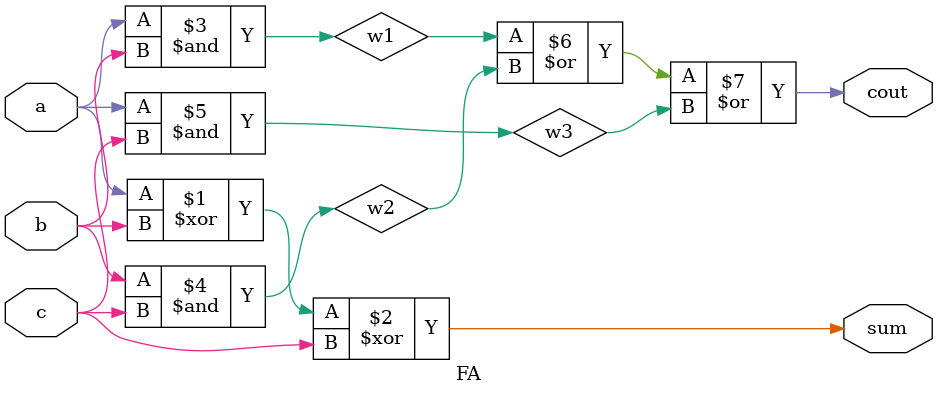
<source format=v>
`timescale 1ns / 1ps


module FA(sum,cout,a,b,c);
input a,b,c;
output  sum,cout;
//wire w1,w2,w3;
//assign sum=a^b^c;
//assign cout=(a&b)|(b&c)|(c&a);
xor(sum,a,b,c);
and(w1,a,b);
and(w2,b,c);
and(w3,a,c);
or(cout,w1,w2,w3);
//always@(*)
//begin
//sum=a^b^c;

//cout=(a&b)|(b&c)|(c&a);
//end
endmodule

</source>
